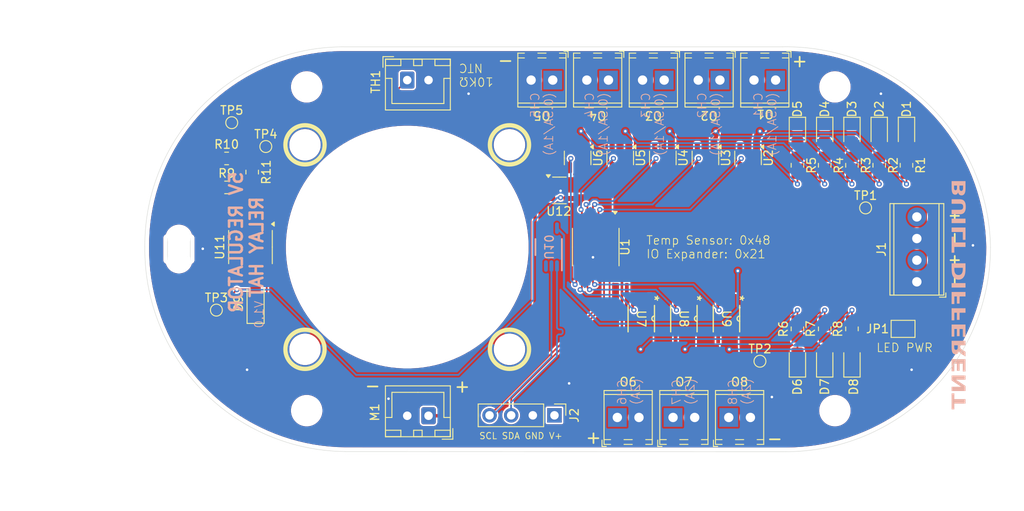
<source format=kicad_pcb>
(kicad_pcb (version 20240108) (generator "pcbnew") (generator_version "8.0")
  (layers (0 "F.Cu" signal) (31 "B.Cu" signal) (34 "B.Paste" user) (35 "F.Paste" user) (36 "B.SilkS" user "B.Silkscreen") (37 "F.SilkS" user "F.Silkscreen") (38 "B.Mask" user) (39 "F.Mask" user) (44 "Edge.Cuts" user))
  (net 0 "")
  (net 1 "GND")
  (net 2 "+5V")
  (net 3 "OUT1")
  (net 4 "OUT2")
  (net 5 "OUT3")
  (net 6 "OUT4")
  (net 7 "OUT5")
  (net 8 "OUT6")
  (net 9 "OUT7")
  (net 10 "OUT8")
  (net 11 "Net-(U1-P2)")
  (net 13 "Net-(U1-P1)")
  (net 14 "Net-(U1-P4)")
  (net 15 "Net-(U1-P3)")
  (net 16 "Net-(U1-P0)")
  (net 17 "Net-(U1-P6)")
  (net 18 "Net-(U1-P5)")
  (net 19 "Net-(U1-P7)")
  (net 28 "/i2c+")
  (net 29 "/i2c-")
  (net 30 "Net-(D1-K)")
  (net 31 "Net-(D1-A)")
  (net 32 "Net-(D2-A)")
  (net 33 "Net-(D3-A)")
  (net 34 "Net-(D4-A)")
  (net 35 "Net-(D5-A)")
  (net 36 "Net-(D6-A)")
  (net 37 "Net-(D7-A)")
  (net 38 "Net-(D8-A)")
  (net 40 "Net-(D9-A)")
  (net 41 "Net-(M1-+)")
  (net 42 "Net-(U11--)")
  (net 43 "Net-(U11-+)")
  (net 45 "Net-(U11-BAL)")
  (footprint "Resistor_SMD:R_0805_2012Metric_Pad1.20x1.40mm_HandSolder" (layer "F.Cu") (at 129.6 60.2 -90)
    (property "Reference" "R11")
    (property "Value" "1k")
  )
  (footprint "MountingHole:MountingHole_2.7mm" (layer "F.Cu") (at 121 70.5)
    (property "Reference" "REF**" (hide yes))
    (property "Value" "MountingHole_2.7mm")
  )
  (footprint "Package_SO:SOIC-8_3.9x4.9mm_P1.27mm" (layer "F.Cu") (at 129.4 69 -90)
    (property "Reference" "U11")
    (property "Value" "LM311")
  )
  (footprint "Connector_JST:JST_XH_B2B-XH-A_1x02_P2.50mm_Vertical" (layer "F.Cu") (at 147.8 49.4)
    (property "Reference" "TH1")
    (property "Value" "10k")
  )
  (footprint "LED_SMD:LED_0805_2012Metric_Pad1.15x1.40mm_HandSolder" (layer "F.Cu") (at 206.400001 55.624999 -90)
    (property "Reference" "D1")
    (property "Value" "LED")
  )
  (footprint "Custom_Library:TerminalBlock_Phoenix_MPT-0,5-2-2.54_1x02_P2.54mm_Horizontal" (layer "F.Cu") (at 185.539999 89.000002)
    (property "Reference" "O8")
    (property "Value" "Screw_Terminal_01x02")
  )
  (footprint "Connector_JST:JST_XH_B2B-XH-A_1x02_P2.50mm_Vertical" (layer "F.Cu") (at 150.3 88.799999 180)
    (property "Reference" "M1")
    (property "Value" "Fan")
  )
  (footprint "Package_TO_SOT_SMD:SOT-23-5" (layer "F.Cu") (at 167.8 58.5375 -90)
    (property "Reference" "U6")
    (property "Value" "TPS2051CDBV")
  )
  (footprint "Custom_Library:TerminalBlock_Phoenix_MPT-0,5-2-2.54_1x02_P2.54mm_Horizontal" (layer "F.Cu") (at 184.5 49.400001 180)
    (property "Reference" "O2")
    (property "Value" "Screw_Terminal_01x02")
  )
  (footprint "TestPoint:TestPoint_Pad_D1.0mm" (layer "F.Cu") (at 201.6 64.4)
    (property "Reference" "TP1")
    (property "Value" "TestPoint")
  )
  (footprint "TestPoint:TestPoint_Pad_D1.0mm" (layer "F.Cu") (at 131.2 57.2)
    (property "Reference" "TP4")
    (property "Value" "TestPoint")
  )
  (footprint "Custom_Library:TerminalBlock_Phoenix_MPT-0,5-2-2.54_1x02_P2.54mm_Horizontal" (layer "F.Cu") (at 177.96 49.400002 180)
    (property "Reference" "O3")
    (property "Value" "Screw_Terminal_01x02")
  )
  (footprint "LED_SMD:LED_0805_2012Metric_Pad1.15x1.40mm_HandSolder" (layer "F.Cu") (at 203.200001 55.624999 -90)
    (property "Reference" "D2")
    (property "Value" "LED")
  )
  (footprint "TPS2000C:DGK8" (layer "F.Cu") (at 185.269998 77.399999 -90)
    (property "Reference" "U9")
    (property "Value" "TPS2000CDGK")
  )
  (footprint "Package_TO_SOT_SMD:SOT-23-5" (layer "F.Cu") (at 177.8 58.537499 -90)
    (property "Reference" "U4")
    (property "Value" "TPS2051CDBV")
  )
  (footprint "LED_SMD:LED_0805_2012Metric_Pad1.15x1.40mm_HandSolder" (layer "F.Cu") (at 193.600001 55.624999 -90)
    (property "Reference" "D5")
    (property "Value" "LED")
  )
  (footprint "TPS2000C:DGK8" (layer "F.Cu") (at 175.27 77.4 -90)
    (property "Reference" "U7")
    (property "Value" "TPS2000CDGK")
  )
  (footprint "Package_TO_SOT_SMD:SOT-23-5" (layer "F.Cu") (at 172.8 58.537499 -90)
    (property "Reference" "U5")
    (property "Value" "TPS2051CDBV")
  )
  (footprint "LED_SMD:LED_0805_2012Metric_Pad1.15x1.40mm_HandSolder" (layer "F.Cu") (at 200.000001 55.624999 -90)
    (property "Reference" "D3")
    (property "Value" "LED")
  )
  (footprint "Connector_PinHeader_2.54mm:PinHeader_1x04_P2.54mm_Vertical" (layer "F.Cu") (at 165.08 88.75 -90)
    (property "Reference" "J2")
    (property "Value" "Conn_01x04_Pin")
  )
  (footprint "Resistor_SMD:R_0805_2012Metric_Pad1.20x1.40mm_HandSolder" (layer "F.Cu") (at 200 78.6 90)
    (property "Reference" "R8")
    (property "Value" "120")
  )
  (footprint "Resistor_SMD:R_0805_2012Metric_Pad1.20x1.40mm_HandSolder" (layer "F.Cu") (at 196.8 78.6 90)
    (property "Reference" "R7")
    (property "Value" "120")
  )
  (footprint "MountingHole:MountingHole_3.2mm_M3_DIN965" (layer "F.Cu") (at 136 88.2)
    (property "Reference" "REF**" (hide yes))
    (property "Value" "MountingHole_3.2mm_M3_DIN965")
  )
  (footprint "Resistor_SMD:R_0805_2012Metric_Pad1.20x1.40mm_HandSolder" (layer "F.Cu") (at 193.6 59.4 -90)
    (property "Reference" "R5")
    (property "Value" "120")
  )
  (footprint "Custom_Library:TerminalBlock_Phoenix_MPT-0,5-2-2.54_1x02_P2.54mm_Horizontal" (layer "F.Cu") (at 171.42 49.400002 180)
    (property "Reference" "O4")
    (property "Value" "Screw_Terminal_01x02")
  )
  (footprint "MountingHole:MountingHole_3.2mm_M3_DIN965" (layer "F.Cu") (at 136 50.2)
    (property "Reference" "REF**" (hide yes))
    (property "Value" "MountingHole_3.2mm_M3_DIN965")
  )
  (footprint "Resistor_SMD:R_0805_2012Metric_Pad1.20x1.40mm_HandSolder" (layer "F.Cu") (at 126.6 58.6)
    (property "Reference" "R10")
    (property "Value" "6.8k")
  )
  (footprint "Resistor_SMD:R_0805_2012Metric_Pad1.20x1.40mm_HandSolder" (layer "F.Cu") (at 196.8 59.4 -90)
    (property "Reference" "R4")
    (property "Value" "120")
  )
  (footprint "Custom_Library:30mm-fan-mount" (layer "F.Cu") (at 147.8 69)
    (property "Reference" "REF**" (hide yes))
    (property "Value" "30mm-fan-mount" (hide yes))
  )
  (footprint "Jumper:SolderJumper-2_P1.3mm_Open_TrianglePad1.0x1.5mm" (layer "F.Cu") (at 206 78.6)
    (property "Reference" "JP1")
    (property "Value" "SolderJumper_2_Open")
  )
  (footprint "Resistor_SMD:R_0805_2012Metric_Pad1.20x1.40mm_HandSolder" (layer "F.Cu") (at 193.6 78.6 90)
    (property "Reference" "R6")
    (property "Value" "120")
  )
  (footprint "LED_SMD:LED_0805_2012Metric_Pad1.15x1.40mm_HandSolder" (layer "F.Cu") (at 200 82.4 90)
    (property "Reference" "D8")
    (property "Value" "LED")
  )
  (footprint "Resistor_SMD:R_0805_2012Metric_Pad1.20x1.40mm_HandSolder" (layer "F.Cu") (at 200 59.4 -90)
    (property "Reference" "R3")
    (property "Value" "120")
  )
  (footprint "LED_SMD:LED_0805_2012Metric_Pad1.15x1.40mm_HandSolder" (layer "F.Cu") (at 196.8 82.4 90)
    (property "Reference" "D7")
    (property "Value" "LED")
  )
  (footprint "TestPoint:TestPoint_Pad_D1.0mm" (layer "F.Cu") (at 189.2 82.4)
    (property "Reference" "TP2")
    (property "Value" "TestPoint")
  )
  (footprint "Package_SO:TSSOP-16_4.4x5mm_P0.65mm" (layer "F.Cu") (at 169.925 69 -90)
    (property "Reference" "U1")
    (property "Value" "TCA9554PW")
  )
  (footprint "Diode_SMD:D_SOD-123" (layer "F.Cu") (at 130 75.6 90)
    (property "Reference" "D9")
    (property "Value" "1N4148")
  )
  (footprint "TestPoint:TestPoint_Pad_D1.0mm" (layer "F.Cu") (at 127.2 54.4)
    (property "Reference" "TP5")
    (property "Value" "TestPoint")
  )
  (footprint "Custom_Library:TerminalBlock_Phoenix_MPT-0,5-2-2.54_1x02_P2.54mm_Horizontal" (layer "F.Cu") (at 164.88 49.400001 180)
    (property "Reference" "O5")
    (property "Value" "Screw_Terminal_01x02")
  )
  (footprint "Package_TO_SOT_SMD:SOT-23-5" (layer "F.Cu") (at 182.8 58.537499 -90)
    (property "Reference" "U3")
    (property "Value" "TPS2051CDBV")
  )
  (footprint "LED_SMD:LED_0805_2012Metric_Pad1.15x1.40mm_HandSolder" (layer "F.Cu") (at 196.800001 55.624999 -90)
    (property "Reference" "D4")
    (property "Value" "LED")
  )
  (footprint "LED_SMD:LED_0805_2012Metric_Pad1.15x1.40mm_HandSolder" (layer "F.Cu") (at 193.6 82.4 90)
    (property "Reference" "D6")
    (property "Value" "LED")
  )
  (footprint "Package_TO_SOT_SMD:SOT-23-5" (layer "F.Cu") (at 165.6625 62.35)
    (property "Reference" "U12")
    (property "Value" "TPS2051CDBV")
  )
  (footprint "TestPoint:TestPoint_Pad_D1.0mm" (layer "F.Cu") (at 125.4 76.4)
    (property "Reference" "TP3")
    (property "Value" "TestPoint")
  )
  (footprint "MountingHole:MountingHole_3.2mm_M3_DIN965" (layer "F.Cu") (at 198 88.2)
    (property "Reference" "REF**" (hide yes))
    (property "Value" "MountingHole_3.2mm_M3_DIN965")
  )
  (footprint "Package_TO_SOT_SMD:SOT-23-5" (layer "F.Cu") (at 187.8 58.537499 -90)
    (property "Reference" "U2")
    (property "Value" "TPS2051CDBV")
  )
  (footprint "Resistor_SMD:R_0805_2012Metric_Pad1.20x1.40mm_HandSolder" (layer "F.Cu") (at 126.6 62)
    (property "Reference" "R9")
    (property "Value" "15k")
  )
  (footprint "Custom_Library:TerminalBlock_Phoenix_MPT-0,5-2-2.54_1x02_P2.54mm_Horizontal" (layer "F.Cu") (at 178.999998 89.000003)
    (property "Reference" "O7")
    (property "Value" "Screw_Terminal_01x02")
  )
  (footprint "TPS2000C:DGK8" (layer "F.Cu") (at 180.269999 77.4 -90)
    (property "Reference" "U8")
    (property "Value" "TPS2000CDGK")
  )
  (footprint "MountingHole:MountingHole_2.7mm" (layer "F.Cu") (at 121 67.96)
    (property "Reference" "REF**" (hide yes))
    (property "Value" "MountingHole_2.7mm")
  )
  (footprint "Custom_Library:TerminalBlock_Phoenix_MPT-0,5-2-2.54_1x02_P2.54mm_Horizontal" (layer "F.Cu") (at 191.04 49.400001 180)
    (property "Reference" "O1")
    (property "Value" "Screw_Terminal_01x02")
  )
  (footprint "Resistor_SMD:R_0805_2012Metric_Pad1.20x1.40mm_HandSolder" (layer "F.Cu") (at 206.4 59.4 -90)
    (property "Reference" "R1")
    (property "Value" "120")
  )
  (footprint "MountingHole:MountingHole_3.2mm_M3_DIN965" (layer "F.Cu") (at 198 50.2)
    (property "Reference" "REF**" (hide yes))
    (property "Value" "MountingHole_3.2mm_M3_DIN965")
  )
  (footprint "TerminalBlock_Phoenix:TerminalBlock_Phoenix_MPT-0,5-4-2.54_1x04_P2.54mm_Horizontal" (layer "F.Cu") (at 207.616 73.08 90)
    (property "Reference" "J1")
    (property "Value" "Screw_Terminal_01x04")
  )
  (footprint "Resistor_SMD:R_0805_2012Metric_Pad1.20x1.40mm_HandSolder" (layer "F.Cu") (at 203.2 59.4 -90)
    (property "Reference" "R2")
    (property "Value" "120")
  )
  (footprint "Custom_Library:TerminalBlock_Phoenix_MPT-0,5-2-2.54_1x02_P2.54mm_Horizontal" (layer "F.Cu") (at 172.459999 89.000003)
    (property "Reference" "O6")
    (property "Value" "Screw_Terminal_01x02")
  )
  (footprint "TMP1075DGK:DGK0008A_N" (layer "B.Cu") (at 164.4 69 90)
    (property "Reference" "U10")
    (property "Value" "TMP1075DGKR")
  )
  (gr_rect (start 119.66 67.96) (end 122.34 70.5) (stroke (width 0.05)) (fill none) (layer "Edge.Cuts"))
  (gr_arc (start 140.505206 92.999998) (mid 123.78204 85.868087) (end 117 69) (stroke (width 0.05)) (layer "Edge.Cuts"))
  (gr_line (start 140.1 45.5) (end 191.85 45.5) (stroke (width 0.05)) (layer "Edge.Cuts"))
  (gr_arc (start 191.85 45.5) (mid 208.923422 52.193939) (end 216.262825 69.000001) (stroke (width 0.05)) (layer "Edge.Cuts"))
  (gr_line (start 140.505206 93) (end 192.25521 93.018137) (stroke (width 0.05)) (layer "Edge.Cuts"))
  (gr_arc (start 117 69) (mid 123.682991 52.465833) (end 140.1 45.5) (stroke (width 0.05)) (layer "Edge.Cuts"))
  (gr_arc (start 216.262824 69.000001) (mid 209.233363 85.981236) (end 192.25521 93.018137) (stroke (width 0.05)) (layer "Edge.Cuts"))
  (gr_text "CH2 \n(0.5A/1A)" (at 184.6 50.8 90) (layer "B.SilkS") (effects (font (size 1 1) (thickness 0.1)) (justify left bottom mirror)))
  (gr_text "CH8\n(2A)" (at 188.2 87.6 90) (layer "B.SilkS") (effects (font (size 1 1) (thickness 0.1)) (justify right bottom mirror)))
  (gr_text "CH4 \n(0.5A/1A)" (at 171.4 50.8 90) (layer "B.SilkS") (effects (font (size 1 1) (thickness 0.1)) (justify left bottom mirror)))
  (gr_text "CH5 \n(0.5A/1A)" (at 165 50.8 90) (layer "B.SilkS") (effects (font (size 1 1) (thickness 0.1)) (justify left bottom mirror)))
  (gr_text "5V REGULATOR \nRELAY HAT" (at 131 69 90) (layer "B.SilkS") (effects (font (size 1.5 1.5) (thickness 0.3) (bold yes)) (justify bottom mirror)))
  (gr_text "CH7\n(2A)" (at 181.6 87.6 90) (layer "B.SilkS") (effects (font (size 1 1) (thickness 0.1)) (justify right bottom mirror)))
  (gr_text "BUILT DIFFERENT" (at 213.6 61 90) (layer "B.SilkS") (effects (font (size 1.6 2) (thickness 0.2) (bold yes) (italic yes)) (justify left bottom mirror)))
  (gr_text "V1.0" (at 131 78.6 90) (layer "B.SilkS") (effects (font (size 1 1) (thickness 0.1)) (justify right bottom mirror)))
  (gr_text "CH3 \n(0.5A/1A)" (at 178 50.8 90) (layer "B.SilkS") (effects (font (size 1 1) (thickness 0.1)) (justify left bottom mirror)))
  (gr_text "CH1 \n(0.5A/1A)" (at 191.2 50.8 90) (layer "B.SilkS") (effects (font (size 1 1) (thickness 0.1)) (justify left bottom mirror)))
  (gr_text "CH6\n(2A)" (at 175.2 87.6 90) (layer "B.SilkS") (effects (font (size 1 1) (thickness 0.1)) (justify right bottom mirror)))
  (gr_text "SCL SDA GND V+" (at 156.2 91.6 0) (layer "F.SilkS") (effects (font (size 0.75 0.75) (thickness 0.1)) (justify left bottom)))
  (gr_text "Temp Sensor: 0x48\nIO Expander: 0x21" (at 175.8 70.4 0) (layer "F.SilkS") (effects (font (size 1 1) (thickness 0.1)) (justify left bottom)))
  (gr_text "LED PWR" (at 202.8 81.4 0) (layer "F.SilkS") (effects (font (size 1 1) (thickness 0.1)) (justify left bottom)))
  (gr_text "+" (at 168.6 92.2 0) (layer "F.SilkS") (effects (font (size 1.5 1.5) (thickness 0.2)) (justify left bottom)))
  (gr_text "-" (at 192 90.8 180) (layer "F.SilkS") (effects (font (size 1.5 1.5) (thickness 0.2)) (justify left bottom)))
  (gr_text "-" (at 160.4 46.4 180) (layer "F.SilkS") (effects (font (size 1.5 1.5) (thickness 0.2)) (justify left bottom)))
  (gr_text "+ - + -" (at 211.4 64.4 270) (layer "F.SilkS") (effects (font (size 1.3 1.3) (thickness 0.2) (bold yes)) (justify left bottom)))
  (gr_text "10KΩ\n NTC" (at 153.8 47.4 180) (layer "F.SilkS") (effects (font (size 1 1) (thickness 0.1)) (justify right bottom)))
  (gr_text "-" (at 144.8 84.6 180) (layer "F.SilkS") (effects (font (size 1.5 1.5) (thickness 0.2)) (justify left bottom)))
  (gr_text "+" (at 153.2 86.2 0) (layer "F.SilkS") (effects (font (size 1.5 1.5) (thickness 0.2)) (justify left bottom)))
  (gr_text "+" (at 192.8 48 0) (layer "F.SilkS") (effects (font (size 1.5 1.5) (thickness 0.2)) (justify left bottom)))
  (segment (start 164.525 62.35) (end 165.75 62.35) (width 0.2) (layer "F.Cu") (net 1))
  (segment (start 165.75 62.35) (end 165.8 62.4) (width 0.2) (layer "F.Cu") (net 1))
  (via (at 155 51) (size 0.6) (drill 0.3) (layers "F.Cu" "B.Cu") (net 1))
  (via (at 123.8 69.2) (size 0.6) (drill 0.3) (layers "F.Cu" "B.Cu") (net 1))
  (via (at 203.4 51) (size 0.6) (drill 0.3) (layers "F.Cu" "B.Cu") (net 1))
  (via (at 169.6 70.2) (size 0.6) (drill 0.3) (layers "F.Cu" "B.Cu") (net 1))
  (via (at 129 83.4) (size 0.6) (drill 0.3) (layers "F.Cu" "B.Cu") (net 1))
  (via (at 190.6 86.6) (size 0.6) (drill 0.3) (layers "F.Cu" "B.Cu") (net 1))
  (via (at 165.8 62.4) (size 0.6) (drill 0.3) (layers "F.Cu" "B.Cu") (net 1))
  (via (at 207 83.4) (size 0.6) (drill 0.3) (layers "F.Cu" "B.Cu") (net 1))
  (via (at 214.2 68.8) (size 0.6) (drill 0.3) (layers "F.Cu" "B.Cu") (net 1))
  (via (at 166.8 85) (size 0.6) (drill 0.3) (layers "F.Cu" "B.Cu") (net 1))
  (via (at 145.6 86.8) (size 0.6) (drill 0.3) (layers "F.Cu" "B.Cu") (net 1))
  (segment (start 125.6 66.245552) (end 129.554448 70.2) (width 0.2) (layer "F.Cu") (net 2))
  (segment (start 142 90.8) (end 167.4 90.8) (width 0.3) (layer "F.Cu") (net 2))
  (segment (start 130.000001 78.800001) (end 142 90.8) (width 0.3) (layer "F.Cu") (net 2))
  (segment (start 173.6 72) (end 174.8 72) (width 0.3) (layer "F.Cu") (net 2))
  (segment (start 125.6 58.6) (end 125.6 62) (width 0.2) (layer "F.Cu") (net 2))
  (segment (start 131 70.2) (end 131.305 70.505) (width 0.2) (layer "F.Cu") (net 2))
  (segment (start 130.000001 77.25) (end 130.000001 78.800001) (width 0.3) (layer "F.Cu") (net 2))
  (segment (start 173 72.6) (end 173.6 72) (width 0.3) (layer "F.Cu") (net 2))
  (segment (start 125.6 62) (end 125.6 66.245552) (width 0.2) (layer "F.Cu") (net 2))
  (segment (start 129.554448 70.2) (end 131 70.2) (width 0.2) (layer "F.Cu") (net 2))
  (segment (start 169.4 88.8) (end 169.4 82.8) (width 0.3) (layer "F.Cu") (net 2))
  (segment (start 131.305 71.475) (end 131.305 75.945001) (width 0.2) (layer "F.Cu") (net 2))
  (segment (start 169.4 82.8) (end 173 79.2) (width 0.3) (layer "F.Cu") (net 2))
  (segment (start 131.305 70.505) (end 131.305 71.475) (width 0.2) (layer "F.Cu") (net 2))
  (segment (start 167.4 90.8) (end 169.4 88.8) (width 0.3) (layer "F.Cu") (net 2))
  (segment (start 131.305 75.945001) (end 130.000001 77.25) (width 0.2) (layer "F.Cu") (net 2))
  (segment (start 173 79.2) (end 173 72.6) (width 0.3) (layer "F.Cu") (net 2))
  (via (at 186.6 71.8) (size 0.6) (drill 0.3) (layers "F.Cu" "B.Cu") (net 2))
  (segment (start 166.2 73.8) (end 170.4 78) (width 0.25) (layer "B.Cu") (net 2))
  (segment (start 165.375 66.774995) (end 166.2 67.599995) (width 0.25) (layer "B.Cu") (net 2))
  (segment (start 186.6 76.2) (end 186.6 71.8) (width 0.25) (layer "B.Cu") (net 2))
  (segment (start 170.4 78) (end 184.8 78) (width 0.25) (layer "B.Cu") (net 2))
  (segment (start 166.2 67.599995) (end 166.2 73.8) (width 0.25) (layer "B.Cu") (net 2))
  (segment (start 184.8 78) (end 186.6 76.2) (width 0.25) (layer "B.Cu") (net 2))
  (segment (start 206.4 60.4) (end 206.4 61.6) (width 0.2) (layer "F.Cu") (net 3))
  (via (at 189.2 55.4) (size 0.6) (drill 0.3) (layers "F.Cu" "B.Cu") (net 3))
  (via (at 206.4 61.6) (size 0.6) (drill 0.3) (layers "F.Cu" "B.Cu") (net 3))
  (segment (start 189.2 55.4) (end 189.4 55.6) (width 0.2) (layer "B.Cu") (net 3))
  (segment (start 189.4 55.6) (end 200.4 55.6) (width 0.2) (layer "B.Cu") (net 3))
  (segment (start 200.4 55.6) (end 206.4 61.6) (width 0.2) (layer "B.Cu") (net 3))
  (segment (start 203.2 60.4) (end 203.2 61.6) (width 0.2) (layer "F.Cu") (net 4))
  (via (at 203.2 61.6) (size 0.6) (drill 0.3) (layers "F.Cu" "B.Cu") (net 4))
  (via (at 184 55.4) (size 0.6) (drill 0.3) (layers "F.Cu" "B.Cu") (net 4))
  (segment (start 184.6 56) (end 197.6 56) (width 0.2) (layer "B.Cu") (net 4))
  (segment (start 184 55.4) (end 184.6 56) (width 0.2) (layer "B.Cu") (net 4))
  (segment (start 197.6 56) (end 203.2 61.6) (width 0.2) (layer "B.Cu") (net 4))
  (segment (start 200 60.4) (end 200 61.6) (width 0.2) (layer "F.Cu") (net 5))
  (via (at 200 61.6) (size 0.6) (drill 0.3) (layers "F.Cu" "B.Cu") (net 5))
  (via (at 178.6 55.4) (size 0.6) (drill 0.3) (layers "F.Cu" "B.Cu") (net 5))
  (segment (start 179.6 56.4) (end 194.8 56.4) (width 0.2) (layer "B.Cu") (net 5))
  (segment (start 194.8 56.4) (end 200 61.6) (width 0.2) (layer "B.Cu") (net 5))
  (segment (start 178.6 55.4) (end 179.6 56.4) (width 0.2) (layer "B.Cu") (net 5))
  (segment (start 196.8 60.4) (end 196.8 61.6) (width 0.2) (layer "F.Cu") (net 6))
  (via (at 196.8 61.6) (size 0.6) (drill 0.3) (layers "F.Cu" "B.Cu") (net 6))
  (via (at 173.4 55.4) (size 0.6) (drill 0.3) (layers "F.Cu" "B.Cu") (net 6))
  (segment (start 174.8 56.8) (end 192 56.8) (width 0.2) (layer "B.Cu") (net 6))
  (segment (start 173.4 55.4) (end 174.8 56.8) (width 0.2) (layer "B.Cu") (net 6))
  (segment (start 192 56.8) (end 196.8 61.6) (width 0.2) (layer "B.Cu") (net 6))
  (segment (start 193.6 60.4) (end 193.6 61.6) (width 0.2) (layer "F.Cu") (net 7))
  (via (at 168.2 55.4) (size 0.6) (drill 0.3) (layers "F.Cu" "B.Cu") (net 7))
  (via (at 193.6 61.6) (size 0.6) (drill 0.3) (layers "F.Cu" "B.Cu") (net 7))
  (segment (start 170 57.2) (end 189.2 57.2) (width 0.2) (layer "B.Cu") (net 7))
  (segment (start 168.2 55.4) (end 170 57.2) (width 0.2) (layer "B.Cu") (net 7))
  (segment (start 189.2 57.2) (end 193.6 61.6) (width 0.2) (layer "B.Cu") (net 7))
  (segment (start 193.6 77.6) (end 193.6 76.4) (width 0.2) (layer "F.Cu") (net 8))
  (via (at 193.6 76.4) (size 0.6) (drill 0.3) (layers "F.Cu" "B.Cu") (net 8))
  (via (at 175.2 81) (size 0.6) (drill 0.3) (layers "F.Cu" "B.Cu") (net 8))
  (segment (start 190.2 79.8) (end 193.6 76.4) (width 0.2) (layer "B.Cu") (net 8))
  (segment (start 176.4 79.8) (end 190.2 79.8) (width 0.2) (layer "B.Cu") (net 8))
  (segment (start 175.2 81) (end 176.4 79.8) (width 0.2) (layer "B.Cu") (net 8))
  (segment (start 196.8 77.6) (end 196.8 76.4) (width 0.2) (layer "F.Cu") (net 9))
  (via (at 180.4 81) (size 0.6) (drill 0.3) (layers "F.Cu" "B.Cu") (net 9))
  (via (at 196.8 76.4) (size 0.6) (drill 0.3) (layers "F.Cu" "B.Cu") (net 9))
  (segment (start 192.8 80.4) (end 196.8 76.4) (width 0.2) (layer "B.Cu") (net 9))
  (segment (start 180.4 81) (end 181 80.4) (width 0.2) (layer "B.Cu") (net 9))
  (segment (start 181 80.4) (end 192.8 80.4) (width 0.2) (layer "B.Cu") (net 9))
  (segment (start 200 77.6) (end 200 76.4) (width 0.2) (layer "F.Cu") (net 10))
  (via (at 185.6 81) (size 0.6) (drill 0.3) (layers "F.Cu" "B.Cu") (net 10))
  (via (at 200 76.4) (size 0.6) (drill 0.3) (layers "F.Cu" "B.Cu") (net 10))
  (segment (start 195.4 81) (end 200 76.4) (width 0.2) (layer "B.Cu") (net 10))
  (segment (start 185.6 81) (end 195.4 81) (width 0.2) (layer "B.Cu") (net 10))
  (segment (start 176.85 59.674999) (end 176.85 58.75) (width 0.2) (layer "F.Cu") (net 11))
  (segment (start 168.95 66.1375) (end 168.95 64.218626) (width 0.2) (layer "F.Cu") (net 11))
  (segment (start 168.95 64.218626) (end 168.765687 64.034313) (width 0.2) (layer "F.Cu") (net 11))
  (segment (start 176.85 58.75) (end 177 58.6) (width 0.2) (layer "F.Cu") (net 11))
  (via (at 168.8 64) (size 0.6) (drill 0.3) (layers "F.Cu" "B.Cu") (net 11))
  (via (at 177 58.6) (size 0.6) (drill 0.3) (layers "F.Cu" "B.Cu") (net 11))
  (segment (start 169.2 64) (end 169.2 63.751471) (width 0.2) (layer "B.Cu") (net 11))
  (segment (start 170.248529 63.6) (end 172 63.6) (width 0.2) (layer "B.Cu") (net 11))
  (segment (start 170.048529 63.4) (end 170.248529 63.6) (width 0.2) (layer "B.Cu") (net 11))
  (segment (start 169.2 63.751471) (end 169.551471 63.4) (width 0.2) (layer "B.Cu") (net 11))
  (segment (start 168.8 64) (end 169.2 64) (width 0.2) (layer "B.Cu") (net 11))
  (segment (start 172 63.6) (end 177 58.6) (width 0.2) (layer "B.Cu") (net 11))
  (segment (start 169.551471 63.4) (end 170.048529 63.4) (width 0.2) (layer "B.Cu") (net 11))
  (segment (start 169.600001 66.137501) (end 169.600001 64.199999) (width 0.2) (layer "F.Cu") (net 13))
  (segment (start 181.85 59.674999) (end 181.85 58.75) (width 0.2) (layer "F.Cu") (net 13))
  (segment (start 169.600001 64.199999) (end 169.8 64) (width 0.2) (layer "F.Cu") (net 13))
  (segment (start 181.85 58.75) (end 182 58.6) (width 0.2) (layer "F.Cu") (net 13))
  (via (at 169.8 64) (size 0.6) (drill 0.3) (layers "F.Cu" "B.Cu") (net 13))
  (via (at 182 58.6) (size 0.6) (drill 0.3) (layers "F.Cu" "B.Cu") (net 13))
  (segment (start 176.6 64) (end 182 58.6) (width 0.2) (layer "B.Cu") (net 13))
  (segment (start 169.8 64) (end 176.6 64) (width 0.2) (layer "B.Cu") (net 13))
  (segment (start 167.65 73.212564) (end 167.65 71.8625) (width 0.2) (layer "F.Cu") (net 14))
  (segment (start 167.459816 73.402748) (end 167.65 73.212564) (width 0.2) (layer "F.Cu") (net 14))
  (segment (start 166.85 58.75) (end 167 58.6) (width 0.2) (layer "F.Cu") (net 14))
  (segment (start 166.85 59.675) (end 166.85 58.75) (width 0.2) (layer "F.Cu") (net 14))
  (via (at 167.5 73.4) (size 0.6) (drill 0.3) (layers "F.Cu" "B.Cu") (net 14))
  (via (at 167 58.6) (size 0.6) (drill 0.3) (layers "F.Cu" "B.Cu") (net 14))
  (segment (start 167.5 73.4) (end 167 72.9) (width 0.2) (layer "B.Cu") (net 14))
  (segment (start 167 72.9) (end 167 58.6) (width 0.2) (layer "B.Cu") (net 14))
  (segment (start 171.85 58.75) (end 172 58.6) (width 0.2) (layer "F.Cu") (net 15))
  (segment (start 171.85 59.674999) (end 171.85 58.75) (width 0.2) (layer "F.Cu") (net 15))
  (segment (start 168.300001 64.700001) (end 168.2 64.6) (width 0.2) (layer "F.Cu") (net 15))
  (segment (start 168.300001 66.1375) (end 168.300001 64.700001) (width 0.2) (layer "F.Cu") (net 15))
  (via (at 168.2 64.6) (size 0.6) (drill 0.3) (layers "F.Cu" "B.Cu") (net 15))
  (via (at 172 58.6) (size 0.6) (drill 0.3) (layers "F.Cu" "B.Cu") (net 15))
  (segment (start 168.2 64.6) (end 168.2 62.4) (width 0.2) (layer "B.Cu") (net 15))
  (segment (start 168.2 62.4) (end 172 58.6) (width 0.2) (layer "B.Cu") (net 15))
  (segment (start 170.249999 66.137501) (end 170.249999 64.750001) (width 0.2) (layer "F.Cu") (net 16))
  (segment (start 186.85 59.674999) (end 186.85 58.75) (width 0.2) (layer "F.Cu") (net 16))
  (segment (start 186.85 58.75) (end 187 58.6) (width 0.2) (layer "F.Cu") (net 16))
  (segment (start 170.249999 64.750001) (end 170.4 64.6) (width 0.2) (layer "F.Cu") (net 16))
  (via (at 187 58.6) (size 0.6) (drill 0.3) (layers "F.Cu" "B.Cu") (net 16))
  (via (at 170.4 64.6) (size 0.6) (drill 0.3) (layers "F.Cu" "B.Cu") (net 16))
  (segment (start 170.4 64.6) (end 181 64.6) (width 0.2) (layer "B.Cu") (net 16))
  (segment (start 181 64.6) (end 187 58.6) (width 0.2) (layer "B.Cu") (net 16))
  (segment (start 169.2 74) (end 168.95 73.75) (width 0.2) (layer "F.Cu") (net 17))
  (segment (start 179.295 75.2283) (end 179.295 76.295) (width 0.2) (layer "F.Cu") (net 17))
  (segment (start 168.95 73.75) (end 168.95 71.8625) (width 0.2) (layer "F.Cu") (net 17))
  (via (at 169.2 74) (size 0.6) (drill 0.3) (layers "F.Cu" "B.Cu") (net 17))
  (via (at 179.4 76.4) (size 0.6) (drill 0.3) (layers "F.Cu" "B.Cu") (net 17))
  (segment (start 177 74) (end 179.4 76.4) (width 0.2) (layer "B.Cu") (net 17))
  (segment (start 169.2 73.88) (end 169.32 74) (width 0.2) (layer "B.Cu") (net 17))
  (segment (start 169.32 74) (end 177 74) (width 0.2) (layer "B.Cu") (net 17))
  (segment (start 174.295 75.2283) (end 174.295 76.295) (width 0.2) (layer "F.Cu") (net 18))
  (segment (start 174.295 76.295) (end 174.4 76.4) (width 0.2) (layer "F.Cu") (net 18))
  (segment (start 168.3 73.8) (end 168.3 71.8625) (width 0.2) (layer "F.Cu") (net 18))
  (segment (start 168.1 74) (end 168.3 73.8) (width 0.2) (layer "F.Cu") (net 18))
  (via (at 174.4 76.4) (size 0.6) (drill 0.3) (layers "F.Cu" "B.Cu") (net 18))
  (via (at 168.1 74) (size 0.6) (drill 0.3) (layers "F.Cu" "B.Cu") (net 18))
  (segment (start 172.6 74.6) (end 174.4 76.4) (width 0.2) (layer "B.Cu") (net 18))
  (segment (start 168.82 74.6) (end 172.6 74.6) (width 0.2) (layer "B.Cu") (net 18))
  (segment (start 168.1 73.88) (end 168.82 74.6) (width 0.2) (layer "B.Cu") (net 18))
  (segment (start 169.600001 73.200001) (end 169.600001 71.862499) (width 0.2) (layer "F.Cu") (net 19))
  (segment (start 184.295 75.2283) (end 184.295 76.295) (width 0.2) (layer "F.Cu") (net 19))
  (segment (start 169.8 73.4) (end 169.600001 73.200001) (width 0.2) (layer "F.Cu") (net 19))
  (via (at 169.8 73.4) (size 0.6) (drill 0.3) (layers "F.Cu" "B.Cu") (net 19))
  (via (at 184.4 76.4) (size 0.6) (drill 0.3) (layers "F.Cu" "B.Cu") (net 19))
  (segment (start 169.8 73.4) (end 181.4 73.4) (width 0.2) (layer "B.Cu") (net 19))
  (segment (start 181.4 73.4) (end 184.4 76.4) (width 0.2) (layer "B.Cu") (net 19))
  (segment (start 171.549999 71.8625) (end 171.549999 75.225687) (width 0.2) (layer "F.Cu") (net 28))
  (segment (start 168.120545 79.50013) (end 168.035693 79.584983) (width 0.2) (layer "F.Cu") (net 28))
  (segment (start 168.037463 79.077635) (end 168.120546 79.160718) (width 0.2) (layer "F.Cu") (net 28))
  (segment (start 167.273789 79.501901) (end 167.188934 79.586753) (width 0.2) (layer "F.Cu") (net 28))
  (segment (start 167.696281 79.584984) (end 167.613199 79.501902) (width 0.2) (layer "F.Cu") (net 28))
  (segment (start 166.036825 80.738861) (end 160 86.775686) (width 0.2) (layer "F.Cu") (net 28))
  (segment (start 171.549999 75.225687) (end 168.037463 78.738223) (width 0.2) (layer "F.Cu") (net 28))
  (segment (start 167.188934 79.586753) (end 166.036825 80.738861) (width 0.2) (layer "F.Cu") (net 28))
  (segment (start 160 86.775686) (end 160 88.75) (width 0.2) (layer "F.Cu") (net 28))
  (arc (start 168.120546 79.160718) (mid 168.190841 79.330423) (end 168.120545 79.50013) (width 0.2) (layer "F.Cu") (net 28))
  (arc (start 168.035693 79.584983) (mid 167.865987 79.655278) (end 167.696281 79.584984) (width 0.2) (layer "F.Cu") (net 28))
  (arc (start 168.037463 78.738223) (mid 167.967167 78.90793) (end 168.037463 79.077635) (width 0.2) (layer "F.Cu") (net 28))
  (arc (start 167.613199 79.501902) (mid 167.443493 79.431608) (end 167.273789 79.501901) (width 0.2) (layer "F.Cu") (net 28))
  (segment (start 165.615 78.648847) (end 165.812709 78.648847) (width 0.2) (layer "B.Cu") (net 28))
  (segment (start 165.375 79.608847) (end 165.375 80.045632) (width 0.2) (layer "B.Cu") (net 28))
  (segment (start 165.375 80.045632) (end 165.375 81.825) (width 0.2) (layer "B.Cu") (net 28))
  (segment (start 165.375 79.488847) (end 165.375 79.608847) (width 0.2) (layer "B.Cu") (net 28))
  (segment (start 160 87.2) (end 160 88.75) (width 0.2) (layer "B.Cu") (net 28))
  (segment (start 165.812709 79.248847) (end 165.615 79.248847) (width 0.2) (layer "B.Cu") (net 28))
  (segment (start 165.375 81.825) (end 160 87.2) (width 0.2) (layer "B.Cu") (net 28))
  (segment (start 166.052709 78.888847) (end 166.052709 79.008847) (width 0.2) (layer "B.Cu") (net 28))
  (segment (start 165.375 71.225001) (end 165.375 78.408847) (width 0.2) (layer "B.Cu") (net 28))
  (arc (start 165.812709 78.648847) (mid 165.982415 78.719141) (end 166.052709 78.888847) (width 0.2) (layer "B.Cu") (net 28))
  (arc (start 165.375 78.408847) (mid 165.445294 78.578553) (end 165.615 78.648847) (width 0.2) (layer "B.Cu") (net 28))
  (arc (start 166.052709 79.008847) (mid 165.982415 79.178553) (end 165.812709 79.248847) (width 0.2) (layer "B.Cu") (net 28))
  (arc (start 165.615 79.248847) (mid 165.445294 79.319141) (end 165.375 79.488847) (width 0.2) (layer "B.Cu") (net 28))
  (segment (start 170.9 75.31) (end 157.46 88.75) (width 0.2) (layer "F.Cu") (net 29))
  (segment (start 170.9 71.8625) (end 170.9 75.31) (width 0.2) (layer "F.Cu") (net 29))
  (segment (start 157.85 88.75) (end 157.46 88.75) (width 0.2) (layer "B.Cu") (net 29))
  (segment (start 164.725 71.225) (end 164.725 81.875) (width 0.2) (layer "B.Cu") (net 29))
  (segment (start 164.725 81.875) (end 157.85 88.75) (width 0.2) (layer "B.Cu") (net 29))
  (segment (start 207.8 54.6) (end 212.2 59) (width 0.3) (layer "F.Cu") (net 30))
  (segment (start 211.6 77) (end 205.693802 77) (width 0.3) (layer "F.Cu") (net 30))
  (segment (start 205.275 79.525) (end 201.375001 83.424999) (width 0.3) (layer "F.Cu") (net 30))
  (segment (start 212.2 76.4) (end 211.6 77) (width 0.3) (layer "F.Cu") (net 30))
  (segment (start 205.693802 77) (end 205.275 77.418802) (width 0.3) (layer "F.Cu") (net 30))
  (segment (start 193.599999 83.424999) (end 199.999999 83.424999) (width 0.3) (layer "F.Cu") (net 30))
  (segment (start 212.2 59) (end 212.2 76.4) (width 0.3) (layer "F.Cu") (net 30))
  (segment (start 193.6 54.6) (end 206.4 54.6) (width 0.3) (layer "F.Cu") (net 30))
  (segment (start 205.275 77.418802) (end 205.275 79.525) (width 0.3) (layer "F.Cu") (net 30))
  (segment (start 201.375001 83.424999) (end 199.999999 83.424999) (width 0.3) (layer "F.Cu") (net 30))
  (segment (start 206.4 54.6) (end 207.8 54.6) (width 0.3) (layer "F.Cu") (net 30))
  (segment (start 206.4 56.65) (end 206.400002 56.649998) (width 0.2) (layer "F.Cu") (net 31))
  (segment (start 206.4 58.4) (end 206.4 56.65) (width 0.2) (layer "F.Cu") (net 31))
  (segment (start 203.2 56.65) (end 203.200002 56.649998) (width 0.2) (layer "F.Cu") (net 32))
  (segment (start 203.2 58.4) (end 203.2 56.65) (width 0.2) (layer "F.Cu") (net 32))
  (segment (start 200 56.65) (end 200.000002 56.649998) (width 0.2) (layer "F.Cu") (net 33))
  (segment (start 200 58.4) (end 200 56.65) (width 0.2) (layer "F.Cu") (net 33))
  (segment (start 196.8 58.4) (end 196.8 56.65) (width 0.2) (layer "F.Cu") (net 34))
  (segment (start 196.8 56.65) (end 196.800002 56.649998) (width 0.2) (layer "F.Cu") (net 34))
  (segment (start 193.6 58.4) (end 193.6 56.65) (width 0.2) (layer "F.Cu") (net 35))
  (segment (start 193.6 56.65) (end 193.600002 56.649998) (width 0.2) (layer "F.Cu") (net 35))
  (segment (start 193.6 81.375) (end 193.600001 81.375001) (width 0.2) (layer "F.Cu") (net 36))
  (segment (start 193.6 79.6) (end 193.6 81.375) (width 0.2) (layer "F.Cu") (net 36))
  (segment (start 196.8 81.375) (end 196.800001 81.375001) (width 0.2) (layer "F.Cu") (net 37))
  (segment (start 196.8 79.6) (end 196.8 81.375) (width 0.2) (layer "F.Cu") (net 37))
  (segment (start 200 81.375) (end 200.000001 81.375001) (width 0.2) (layer "F.Cu") (net 38))
  (segment (start 200 79.6) (end 200 81.375) (width 0.2) (layer "F.Cu") (net 38))
  (segment (start 125.4 76.6) (end 125.4 76.4) (width 0.2) (layer "F.Cu") (net 40))
  (segment (start 165.8 63.2) (end 166.7 63.2) (width 0.2) (layer "F.Cu") (net 40))
  (segment (start 130.035 73.914999) (end 129.999999 73.95) (width 0.2) (layer "F.Cu") (net 40))
  (segment (start 129.999999 73.95) (end 127.85 73.95) (width 0.2) (layer "F.Cu") (net 40))
  (segment (start 130.035 71.475) (end 130.035 73.914999) (width 0.2) (layer "F.Cu") (net 40))
  (segment (start 125.4 76.4) (end 127.8 74) (width 0.2) (layer "F.Cu") (net 40))
  (segment (start 166.7 63.2) (end 166.8 63.3) (width 0.2) (layer "F.Cu") (net 40))
  (segment (start 127.85 73.95) (end 127.8 74) (width 0.2) (layer "F.Cu") (net 40))
  (via (at 165.8 63.2) (size 0.6) (drill 0.3) (layers "F.Cu" "B.Cu") (net 40))
  (via (at 127.8 74) (size 0.6) (drill 0.3) (layers "F.Cu" "B.Cu") (net 40))
  (segment (start 131.8 74) (end 141.8 84) (width 0.2) (layer "B.Cu") (net 40))
  (segment (start 141.8 84) (end 153.8 84) (width 0.2) (layer "B.Cu") (net 40))
  (segment (start 153.8 84) (end 162.6 75.2) (width 0.2) (layer "B.Cu") (net 40))
  (segment (start 165.407531 63.2) (end 165.8 63.2) (width 0.2) (layer "B.Cu") (net 40))
  (segment (start 162.6 75.2) (end 162.6 66.007531) (width 0.2) (layer "B.Cu") (net 40))
  (segment (start 127.8 74) (end 131.8 74) (width 0.2) (layer "B.Cu") (net 40))
  (segment (start 162.6 66.007531) (end 165.407531 63.2) (width 0.2) (layer "B.Cu") (net 40))
  (segment (start 159.6 85.4) (end 162.8 82.2) (width 0.4) (layer "F.Cu") (net 41))
  (segment (start 153.400001 88.799999) (end 156.8 85.4) (width 0.4) (layer "F.Cu") (net 41))
  (segment (start 156.8 85.4) (end 159.6 85.4) (width 0.4) (layer "F.Cu") (net 41))
  (segment (start 163.6 61.4) (end 164.525 61.4) (width 0.4) (layer "F.Cu") (net 41))
  (segment (start 162.8 62.2) (end 163.6 61.4) (width 0.4) (layer "F.Cu") (net 41))
  (segment (start 162.8 82.2) (end 162.8 62.2) (width 0.4) (layer "F.Cu") (net 41))
  (segment (start 150.3 88.799999) (end 153.400001 88.799999) (width 0.4) (layer "F.Cu") (net 41))
  (segment (start 128.407628 55.607628) (end 129.007628 55.607628) (width 0.2) (layer "F.Cu") (net 42))
  (segment (start 127.6 62) (end 128.765 63.165) (width 0.2) (layer "F.Cu") (net 42))
  (segment (start 131.015256 53.6) (end 143.6 53.6) (width 0.2) (layer "F.Cu") (net 42))
  (segment (start 126.6 61) (end 126.6 58.015256) (width 0.2) (layer "F.Cu") (net 42))
  (segment (start 128.765 63.165) (end 128.765 66.525) (width 0.2) (layer "F.Cu") (net 42))
  (segment (start 127.6 62) (end 126.6 61) (width 0.2) (layer "F.Cu") (net 42))
  (segment (start 143.6 53.6) (end 147.8 49.4) (width 0.2) (layer "F.Cu") (net 42))
  (segment (start 127.2 54.4) (end 128.407628 55.607628) (width 0.2) (layer "F.Cu") (net 42))
  (segment (start 126.6 58.015256) (end 129.007628 55.607628) (width 0.2) (layer "F.Cu") (net 42))
  (segment (start 129.007628 55.607628) (end 131.015256 53.6) (width 0.2) (layer "F.Cu") (net 42))
  (segment (start 129.6 59.2) (end 130.6 60.2) (width 0.2) (layer "F.Cu") (net 43))
  (segment (start 127.6 58.6) (end 129 58.6) (width 0.2) (layer "F.Cu") (net 43))
  (segment (start 130 66.49) (end 130.035 66.525) (width 0.2) (layer "F.Cu") (net 43))
  (segment (start 130 62.384744) (end 130 66.49) (width 0.2) (layer "F.Cu") (net 43))
  (segment (start 130.6 61.784744) (end 130 62.384744) (width 0.2) (layer "F.Cu") (net 43))
  (segment (start 131.2 57.2) (end 129.6 58.8) (width 0.2) (layer "F.Cu") (net 43))
  (segment (start 129 58.6) (end 129.6 59.2) (width 0.2) (layer "F.Cu") (net 43))
  (segment (start 129.6 58.8) (end 129.6 59.2) (width 0.2) (layer "F.Cu") (net 43))
  (segment (start 130.6 60.2) (end 130.6 61.784744) (width 0.2) (layer "F.Cu") (net 43))
  (segment (start 127.494998 71.474998) (end 128.764998 71.474998) (width 0.2) (layer "F.Cu") (net 45))
  (segment (start 128.764998 71.474998) (end 128.765 71.475) (width 0.2) (layer "F.Cu") (net 45))
  (zone (net 6) (net_name "OUT4") (layer "F.Cu") (priority 1) (connect_pads yes (clearance 0.2)) (min_thickness 0.25) (fill yes (thermal_gap 0.5) (thermal_bridge_width 0.5))
    (polygon (pts (xy 173.4 58.2) (xy 174.2 58.2) (xy 174.2 56.4) (xy 172.8 50.8) (xy 172.8 48) (xy 170 48) (xy 170 50.8) (xy 173.4 56.4)))
  )
  (zone (net 1) (net_name "GND") (layer "F.Cu") (connect_pads yes (clearance 0.2)) (min_thickness 0.25) (fill yes (thermal_gap 0.5) (thermal_bridge_width 0.5))
    (polygon (pts (xy 220.2 40) (xy 100 40) (xy 100 100) (xy 220 100)))
  )
  (zone (net 10) (net_name "OUT8") (layer "F.Cu") (priority 1) (connect_pads yes (clearance 0.2)) (min_thickness 0.25) (fill yes (thermal_gap 0.5) (thermal_bridge_width 0.5))
    (polygon (pts (xy 184.6 78.6) (xy 184.6 80.6) (xy 184.2 87.6) (xy 184.2 90.4) (xy 187 90.4) (xy 187 87.6) (xy 186.6 80.6) (xy 186.6 78.6)))
  )
  (zone (net 8) (net_name "OUT6") (layer "F.Cu") (priority 1) (connect_pads yes (clearance 0.2)) (min_thickness 0.25) (fill yes (thermal_gap 0.5) (thermal_bridge_width 0.5))
    (polygon (pts (xy 176.6 78.6) (xy 174.6 78.6) (xy 174.6 80.6) (xy 171 87.6) (xy 171 90.4) (xy 173.8 90.4) (xy 173.8 87.6) (xy 176.6 80.6)))
  )
  (zone (net 4) (net_name "OUT2") (layer "F.Cu") (priority 1) (connect_pads yes (clearance 0.2)) (min_thickness 0.25) (fill yes (thermal_gap 0.5) (thermal_bridge_width 0.5))
    (polygon (pts (xy 183.4 58.2) (xy 184.2 58.2) (xy 184.2 56.4) (xy 185.8 50.8) (xy 185.8 48) (xy 183.2 48) (xy 183.2 50.8) (xy 183.4 56.4)))
  )
  (zone (net 9) (net_name "OUT7") (layer "F.Cu") (priority 1) (connect_pads yes (clearance 0.2)) (min_thickness 0.25) (fill yes (thermal_gap 0.5) (thermal_bridge_width 0.5))
    (polygon (pts (xy 179.6 78.6) (xy 179.6 80.6) (xy 177.6 87.6) (xy 177.6 90.4) (xy 180.4 90.4) (xy 180.4 87.6) (xy 181.6 80.6) (xy 181.6 78.6)))
  )
  (zone (net 5) (net_name "OUT3") (layer "F.Cu") (priority 1) (connect_pads yes (clearance 0.2)) (min_thickness 0.25) (fill yes (thermal_gap 0.5) (thermal_bridge_width 0.5))
    (polygon (pts (xy 178.4 58.2) (xy 179.2 58.2) (xy 179.2 56.4) (xy 179.4 50.8) (xy 179.4 48) (xy 176.6 48) (xy 176.6 50.8) (xy 178.4 56.4)))
  )
  (zone (net 2) (net_name "+5V") (layer "F.Cu") (priority 3) (connect_pads yes (clearance 0.2)) (min_thickness 0.25) (fill yes (thermal_gap 0.5) (thermal_bridge_width 0.5))
    (polygon (pts (xy 208.8 62) (xy 208.8 76) (xy 174 76) (xy 174 73) (xy 172 73) (xy 172 62.6) (xy 165.8 62.6) (xy 165.8 60.8) (xy 168 60.8) (xy 168 58.6) (xy 190 58.6) (xy 190 62)))
  )
  (zone (net 3) (net_name "OUT1") (layer "F.Cu") (priority 1) (connect_pads yes (clearance 0.2)) (min_thickness 0.25) (fill yes (thermal_gap 0.5) (thermal_bridge_width 0.5))
    (polygon (pts (xy 188.4 58.2) (xy 189.2 58.2) (xy 189.2 56.4) (xy 192.4 50.8) (xy 192.4 48) (xy 189.6 48) (xy 189.6 50.8) (xy 188.4 56.4)))
  )
  (zone (net 7) (net_name "OUT5") (layer "F.Cu") (priority 1) (connect_pads yes (clearance 0.2)) (min_thickness 0.25) (fill yes (thermal_gap 0.5) (thermal_bridge_width 0.5))
    (polygon (pts (xy 168.4 58.2) (xy 168.4 56.4) (xy 163.6 50.8) (xy 163.6 48) (xy 166.2 48) (xy 166.2 50.8) (xy 169.2 56.4) (xy 169.2 58.2)))
  )
  (zone (net 1) (net_name "GND") (layer "B.Cu") (priority 2) (connect_pads yes (clearance 0.2)) (min_thickness 0.25) (fill yes (thermal_gap 0.5) (thermal_bridge_width 0.5) (island_removal_mode 1) (island_area_min 10))
    (polygon (pts (xy 219.8 40) (xy 110.2 40) (xy 110 99.8) (xy 220 100)))
  )
)
</source>
